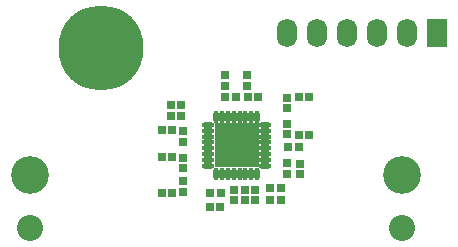
<source format=gts>
G04*
G04 #@! TF.GenerationSoftware,Altium Limited,Altium Designer,21.0.9 (235)*
G04*
G04 Layer_Color=8388736*
%FSTAX24Y24*%
%MOIN*%
G70*
G04*
G04 #@! TF.SameCoordinates,2BB606B7-502A-413E-8362-7AFD42C930D0*
G04*
G04*
G04 #@! TF.FilePolarity,Negative*
G04*
G01*
G75*
%ADD21R,0.0281X0.0281*%
%ADD22R,0.0257X0.0297*%
%ADD23R,0.0297X0.0257*%
%ADD24R,0.0281X0.0281*%
%ADD25R,0.1458X0.1458*%
%ADD26O,0.0178X0.0434*%
%ADD27O,0.0434X0.0178*%
%ADD28C,0.2836*%
%ADD29R,0.0671X0.0946*%
%ADD30O,0.0671X0.0946*%
%ADD31C,0.1458*%
%ADD32C,0.0867*%
%ADD33C,0.1261*%
D21*
X041398Y027953D02*
D03*
X041043D02*
D03*
X043406Y02811D02*
D03*
X043051D02*
D03*
X043642Y029488D02*
D03*
X043996D02*
D03*
X042303Y031142D02*
D03*
X042657D02*
D03*
X041555D02*
D03*
X041909D02*
D03*
X040088Y030862D02*
D03*
X039734D02*
D03*
X040088Y030508D02*
D03*
X039734D02*
D03*
D22*
X04105Y02748D02*
D03*
X04139D02*
D03*
X043058Y027717D02*
D03*
X043398D02*
D03*
X044343Y031142D02*
D03*
X044003D02*
D03*
X044343Y029882D02*
D03*
X044003D02*
D03*
X039436Y027953D02*
D03*
X039776D02*
D03*
X039436Y030032D02*
D03*
X039776D02*
D03*
X039436Y029134D02*
D03*
X039776D02*
D03*
D23*
X042559Y028044D02*
D03*
Y027704D02*
D03*
X042205D02*
D03*
Y028044D02*
D03*
X04185Y027704D02*
D03*
Y028044D02*
D03*
X044055Y02857D02*
D03*
Y02891D02*
D03*
X042283Y031863D02*
D03*
Y031523D02*
D03*
X041535Y031863D02*
D03*
Y031523D02*
D03*
D24*
X043622Y031122D02*
D03*
Y030768D02*
D03*
Y029902D02*
D03*
Y030256D02*
D03*
X0436Y028934D02*
D03*
Y02858D02*
D03*
X040157Y030012D02*
D03*
Y029658D02*
D03*
Y029114D02*
D03*
Y02876D02*
D03*
Y027972D02*
D03*
Y028327D02*
D03*
D25*
X041929Y029528D02*
D03*
D26*
X042618Y028583D02*
D03*
X042421D02*
D03*
X042224D02*
D03*
X042028D02*
D03*
X041831D02*
D03*
X041634D02*
D03*
X041437D02*
D03*
X04124D02*
D03*
Y030472D02*
D03*
X041437D02*
D03*
X041634D02*
D03*
X041831D02*
D03*
X042028D02*
D03*
X042224D02*
D03*
X042421D02*
D03*
X042618D02*
D03*
D27*
X040984Y028839D02*
D03*
Y029035D02*
D03*
Y029232D02*
D03*
Y029429D02*
D03*
Y029626D02*
D03*
Y029823D02*
D03*
Y03002D02*
D03*
Y030217D02*
D03*
X042874D02*
D03*
Y03002D02*
D03*
Y029823D02*
D03*
Y029626D02*
D03*
Y029429D02*
D03*
Y029232D02*
D03*
Y029035D02*
D03*
Y028839D02*
D03*
D28*
X037402Y032776D02*
D03*
D29*
X048622Y033268D02*
D03*
D30*
X047622D02*
D03*
X046622D02*
D03*
X045622D02*
D03*
X044622D02*
D03*
X043622D02*
D03*
D31*
X037402Y032776D02*
D03*
D32*
X047441Y026772D02*
D03*
X035039D02*
D03*
D33*
X047441Y028543D02*
D03*
X035039D02*
D03*
M02*

</source>
